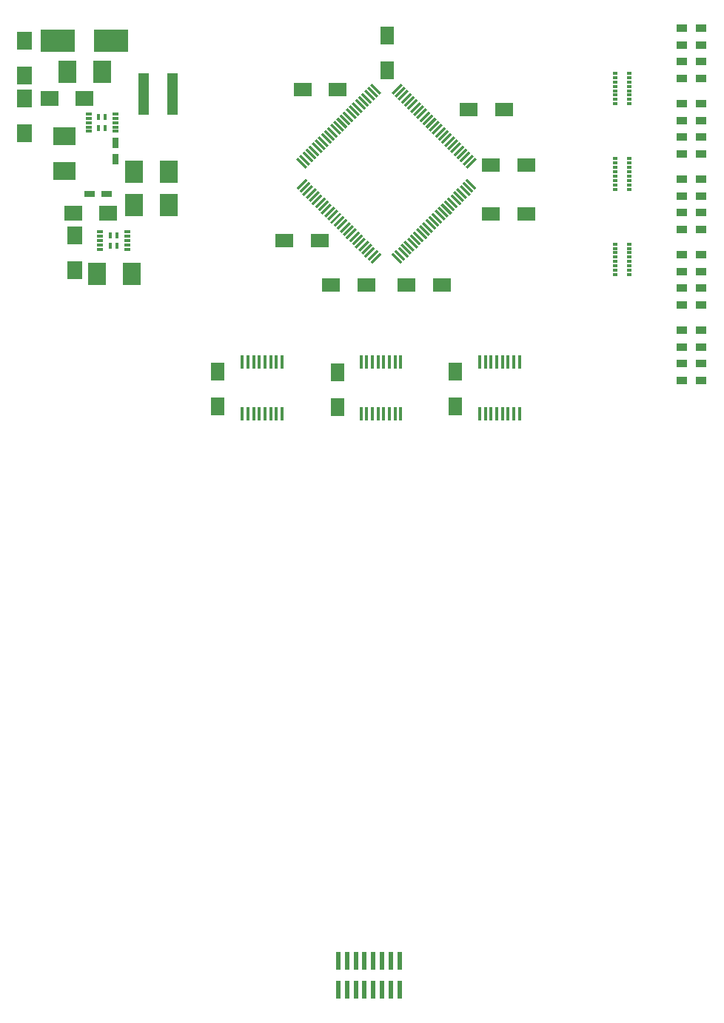
<source format=gtp>
G04 #@! TF.FileFunction,Paste,Top*
%FSLAX46Y46*%
G04 Gerber Fmt 4.6, Leading zero omitted, Abs format (unit mm)*
G04 Created by KiCad (PCBNEW 4.0.7) date Tuesday, May 01, 2018 'PMt' 12:19:11 PM*
%MOMM*%
%LPD*%
G01*
G04 APERTURE LIST*
%ADD10C,0.100000*%
%ADD11R,2.000000X1.600000*%
%ADD12R,1.600000X2.000000*%
%ADD13R,2.000000X2.500000*%
%ADD14R,2.500000X2.000000*%
%ADD15R,0.750000X1.200000*%
%ADD16R,1.200000X0.750000*%
%ADD17R,4.000000X2.500000*%
%ADD18R,1.200000X0.900000*%
%ADD19R,1.700000X2.000000*%
%ADD20R,2.000000X1.700000*%
%ADD21R,0.450000X1.500000*%
%ADD22R,0.650000X0.300000*%
%ADD23R,0.465000X0.744000*%
%ADD24R,0.600000X0.350000*%
%ADD25R,1.200000X4.700000*%
%ADD26R,0.500000X2.000000*%
G04 APERTURE END LIST*
D10*
D11*
X222536000Y-109728000D03*
X226536000Y-109728000D03*
X204978000Y-101092000D03*
X200978000Y-101092000D03*
D12*
X210693000Y-98933000D03*
X210693000Y-94933000D03*
D11*
X219996000Y-103378000D03*
X223996000Y-103378000D03*
X202914000Y-118364000D03*
X198914000Y-118364000D03*
D12*
X191262000Y-137350000D03*
X191262000Y-133350000D03*
D13*
X174054000Y-99060000D03*
X178054000Y-99060000D03*
D14*
X173768000Y-106458000D03*
X173768000Y-110458000D03*
D15*
X179610000Y-107188000D03*
X179610000Y-109088000D03*
D13*
X185674000Y-110490000D03*
X181674000Y-110490000D03*
D11*
X222536000Y-115316000D03*
X226536000Y-115316000D03*
X208248000Y-123444000D03*
X204248000Y-123444000D03*
D12*
X204978000Y-137414000D03*
X204978000Y-133414000D03*
D11*
X212884000Y-123444000D03*
X216884000Y-123444000D03*
D13*
X185669009Y-114300000D03*
X181669009Y-114300000D03*
D16*
X176628000Y-113030000D03*
X178528000Y-113030000D03*
D13*
X177446009Y-122198215D03*
X181446009Y-122198215D03*
D12*
X218440000Y-137350000D03*
X218440000Y-133350000D03*
D17*
X173004000Y-95504000D03*
X179104000Y-95504000D03*
D18*
X244391000Y-94107000D03*
X246591000Y-94107000D03*
X244391000Y-96012000D03*
X246591000Y-96012000D03*
X244391000Y-97917000D03*
X246591000Y-97917000D03*
X244391000Y-99822000D03*
X246591000Y-99822000D03*
X244391000Y-102743000D03*
X246591000Y-102743000D03*
X244391000Y-104648000D03*
X246591000Y-104648000D03*
X244391000Y-106553000D03*
X246591000Y-106553000D03*
X244391000Y-108458000D03*
X246591000Y-108458000D03*
X244391000Y-111379000D03*
X246591000Y-111379000D03*
X244391000Y-113284000D03*
X246591000Y-113284000D03*
X244391000Y-115189000D03*
X246591000Y-115189000D03*
X244391000Y-117094000D03*
X246591000Y-117094000D03*
X244391000Y-120015000D03*
X246591000Y-120015000D03*
X244391000Y-121920000D03*
X246591000Y-121920000D03*
X244391000Y-123825000D03*
X246591000Y-123825000D03*
X244391000Y-125730000D03*
X246591000Y-125730000D03*
X244391000Y-128651000D03*
X246591000Y-128651000D03*
X244391000Y-130556000D03*
X246591000Y-130556000D03*
X244391000Y-132461000D03*
X246591000Y-132461000D03*
X244391000Y-134366000D03*
X246591000Y-134366000D03*
D19*
X169196000Y-99504000D03*
X169196000Y-95504000D03*
X169196000Y-106140000D03*
X169196000Y-102140000D03*
X174906009Y-117753215D03*
X174906009Y-121753215D03*
D20*
X178716009Y-115213215D03*
X174716009Y-115213215D03*
D21*
X198628000Y-132276000D03*
X197978000Y-132276000D03*
X197328000Y-132276000D03*
X196678000Y-132276000D03*
X196028000Y-132276000D03*
X195378000Y-132276000D03*
X194728000Y-132276000D03*
X194078000Y-132276000D03*
X194078000Y-138176000D03*
X194728000Y-138176000D03*
X195378000Y-138176000D03*
X196028000Y-138176000D03*
X196678000Y-138176000D03*
X197328000Y-138176000D03*
X197978000Y-138176000D03*
X198628000Y-138176000D03*
D22*
X176497500Y-103887000D03*
X176497500Y-104387000D03*
X176497500Y-104887000D03*
X176497500Y-105387000D03*
X176497500Y-105887000D03*
X179597500Y-105887000D03*
X179597500Y-105387000D03*
X179597500Y-104887000D03*
X179597500Y-104387000D03*
X179597500Y-103887000D03*
D23*
X178435000Y-105507000D03*
X178435000Y-104267000D03*
X177660000Y-105507000D03*
X177660000Y-104267000D03*
D10*
G36*
X212406478Y-120829627D02*
X212194346Y-121041759D01*
X211133686Y-119981099D01*
X211345818Y-119768967D01*
X212406478Y-120829627D01*
X212406478Y-120829627D01*
G37*
G36*
X212760031Y-120476074D02*
X212547899Y-120688206D01*
X211487239Y-119627546D01*
X211699371Y-119415414D01*
X212760031Y-120476074D01*
X212760031Y-120476074D01*
G37*
G36*
X213113584Y-120122520D02*
X212901452Y-120334652D01*
X211840792Y-119273992D01*
X212052924Y-119061860D01*
X213113584Y-120122520D01*
X213113584Y-120122520D01*
G37*
G36*
X213467138Y-119768967D02*
X213255006Y-119981099D01*
X212194346Y-118920439D01*
X212406478Y-118708307D01*
X213467138Y-119768967D01*
X213467138Y-119768967D01*
G37*
G36*
X213820691Y-119415413D02*
X213608559Y-119627545D01*
X212547899Y-118566885D01*
X212760031Y-118354753D01*
X213820691Y-119415413D01*
X213820691Y-119415413D01*
G37*
G36*
X214174244Y-119061860D02*
X213962112Y-119273992D01*
X212901452Y-118213332D01*
X213113584Y-118001200D01*
X214174244Y-119061860D01*
X214174244Y-119061860D01*
G37*
G36*
X214527798Y-118708307D02*
X214315666Y-118920439D01*
X213255006Y-117859779D01*
X213467138Y-117647647D01*
X214527798Y-118708307D01*
X214527798Y-118708307D01*
G37*
G36*
X214881351Y-118354753D02*
X214669219Y-118566885D01*
X213608559Y-117506225D01*
X213820691Y-117294093D01*
X214881351Y-118354753D01*
X214881351Y-118354753D01*
G37*
G36*
X215234905Y-118001200D02*
X215022773Y-118213332D01*
X213962113Y-117152672D01*
X214174245Y-116940540D01*
X215234905Y-118001200D01*
X215234905Y-118001200D01*
G37*
G36*
X215588458Y-117647646D02*
X215376326Y-117859778D01*
X214315666Y-116799118D01*
X214527798Y-116586986D01*
X215588458Y-117647646D01*
X215588458Y-117647646D01*
G37*
G36*
X215942011Y-117294093D02*
X215729879Y-117506225D01*
X214669219Y-116445565D01*
X214881351Y-116233433D01*
X215942011Y-117294093D01*
X215942011Y-117294093D01*
G37*
G36*
X216295565Y-116940540D02*
X216083433Y-117152672D01*
X215022773Y-116092012D01*
X215234905Y-115879880D01*
X216295565Y-116940540D01*
X216295565Y-116940540D01*
G37*
G36*
X216649118Y-116586986D02*
X216436986Y-116799118D01*
X215376326Y-115738458D01*
X215588458Y-115526326D01*
X216649118Y-116586986D01*
X216649118Y-116586986D01*
G37*
G36*
X217002672Y-116233433D02*
X216790540Y-116445565D01*
X215729880Y-115384905D01*
X215942012Y-115172773D01*
X217002672Y-116233433D01*
X217002672Y-116233433D01*
G37*
G36*
X217356225Y-115879879D02*
X217144093Y-116092011D01*
X216083433Y-115031351D01*
X216295565Y-114819219D01*
X217356225Y-115879879D01*
X217356225Y-115879879D01*
G37*
G36*
X217709778Y-115526326D02*
X217497646Y-115738458D01*
X216436986Y-114677798D01*
X216649118Y-114465666D01*
X217709778Y-115526326D01*
X217709778Y-115526326D01*
G37*
G36*
X218063332Y-115172773D02*
X217851200Y-115384905D01*
X216790540Y-114324245D01*
X217002672Y-114112113D01*
X218063332Y-115172773D01*
X218063332Y-115172773D01*
G37*
G36*
X218416885Y-114819219D02*
X218204753Y-115031351D01*
X217144093Y-113970691D01*
X217356225Y-113758559D01*
X218416885Y-114819219D01*
X218416885Y-114819219D01*
G37*
G36*
X218770439Y-114465666D02*
X218558307Y-114677798D01*
X217497647Y-113617138D01*
X217709779Y-113405006D01*
X218770439Y-114465666D01*
X218770439Y-114465666D01*
G37*
G36*
X219123992Y-114112112D02*
X218911860Y-114324244D01*
X217851200Y-113263584D01*
X218063332Y-113051452D01*
X219123992Y-114112112D01*
X219123992Y-114112112D01*
G37*
G36*
X219477545Y-113758559D02*
X219265413Y-113970691D01*
X218204753Y-112910031D01*
X218416885Y-112697899D01*
X219477545Y-113758559D01*
X219477545Y-113758559D01*
G37*
G36*
X219831099Y-113405006D02*
X219618967Y-113617138D01*
X218558307Y-112556478D01*
X218770439Y-112344346D01*
X219831099Y-113405006D01*
X219831099Y-113405006D01*
G37*
G36*
X220184652Y-113051452D02*
X219972520Y-113263584D01*
X218911860Y-112202924D01*
X219123992Y-111990792D01*
X220184652Y-113051452D01*
X220184652Y-113051452D01*
G37*
G36*
X220538206Y-112697899D02*
X220326074Y-112910031D01*
X219265414Y-111849371D01*
X219477546Y-111637239D01*
X220538206Y-112697899D01*
X220538206Y-112697899D01*
G37*
G36*
X220891759Y-112344346D02*
X220679627Y-112556478D01*
X219618967Y-111495818D01*
X219831099Y-111283686D01*
X220891759Y-112344346D01*
X220891759Y-112344346D01*
G37*
G36*
X220679627Y-108879522D02*
X220891759Y-109091654D01*
X219831099Y-110152314D01*
X219618967Y-109940182D01*
X220679627Y-108879522D01*
X220679627Y-108879522D01*
G37*
G36*
X220326074Y-108525969D02*
X220538206Y-108738101D01*
X219477546Y-109798761D01*
X219265414Y-109586629D01*
X220326074Y-108525969D01*
X220326074Y-108525969D01*
G37*
G36*
X219972520Y-108172416D02*
X220184652Y-108384548D01*
X219123992Y-109445208D01*
X218911860Y-109233076D01*
X219972520Y-108172416D01*
X219972520Y-108172416D01*
G37*
G36*
X219618967Y-107818862D02*
X219831099Y-108030994D01*
X218770439Y-109091654D01*
X218558307Y-108879522D01*
X219618967Y-107818862D01*
X219618967Y-107818862D01*
G37*
G36*
X219265413Y-107465309D02*
X219477545Y-107677441D01*
X218416885Y-108738101D01*
X218204753Y-108525969D01*
X219265413Y-107465309D01*
X219265413Y-107465309D01*
G37*
G36*
X218911860Y-107111756D02*
X219123992Y-107323888D01*
X218063332Y-108384548D01*
X217851200Y-108172416D01*
X218911860Y-107111756D01*
X218911860Y-107111756D01*
G37*
G36*
X218558307Y-106758202D02*
X218770439Y-106970334D01*
X217709779Y-108030994D01*
X217497647Y-107818862D01*
X218558307Y-106758202D01*
X218558307Y-106758202D01*
G37*
G36*
X218204753Y-106404649D02*
X218416885Y-106616781D01*
X217356225Y-107677441D01*
X217144093Y-107465309D01*
X218204753Y-106404649D01*
X218204753Y-106404649D01*
G37*
G36*
X217851200Y-106051095D02*
X218063332Y-106263227D01*
X217002672Y-107323887D01*
X216790540Y-107111755D01*
X217851200Y-106051095D01*
X217851200Y-106051095D01*
G37*
G36*
X217497646Y-105697542D02*
X217709778Y-105909674D01*
X216649118Y-106970334D01*
X216436986Y-106758202D01*
X217497646Y-105697542D01*
X217497646Y-105697542D01*
G37*
G36*
X217144093Y-105343989D02*
X217356225Y-105556121D01*
X216295565Y-106616781D01*
X216083433Y-106404649D01*
X217144093Y-105343989D01*
X217144093Y-105343989D01*
G37*
G36*
X216790540Y-104990435D02*
X217002672Y-105202567D01*
X215942012Y-106263227D01*
X215729880Y-106051095D01*
X216790540Y-104990435D01*
X216790540Y-104990435D01*
G37*
G36*
X216436986Y-104636882D02*
X216649118Y-104849014D01*
X215588458Y-105909674D01*
X215376326Y-105697542D01*
X216436986Y-104636882D01*
X216436986Y-104636882D01*
G37*
G36*
X216083433Y-104283328D02*
X216295565Y-104495460D01*
X215234905Y-105556120D01*
X215022773Y-105343988D01*
X216083433Y-104283328D01*
X216083433Y-104283328D01*
G37*
G36*
X215729879Y-103929775D02*
X215942011Y-104141907D01*
X214881351Y-105202567D01*
X214669219Y-104990435D01*
X215729879Y-103929775D01*
X215729879Y-103929775D01*
G37*
G36*
X215376326Y-103576222D02*
X215588458Y-103788354D01*
X214527798Y-104849014D01*
X214315666Y-104636882D01*
X215376326Y-103576222D01*
X215376326Y-103576222D01*
G37*
G36*
X215022773Y-103222668D02*
X215234905Y-103434800D01*
X214174245Y-104495460D01*
X213962113Y-104283328D01*
X215022773Y-103222668D01*
X215022773Y-103222668D01*
G37*
G36*
X214669219Y-102869115D02*
X214881351Y-103081247D01*
X213820691Y-104141907D01*
X213608559Y-103929775D01*
X214669219Y-102869115D01*
X214669219Y-102869115D01*
G37*
G36*
X214315666Y-102515561D02*
X214527798Y-102727693D01*
X213467138Y-103788353D01*
X213255006Y-103576221D01*
X214315666Y-102515561D01*
X214315666Y-102515561D01*
G37*
G36*
X213962112Y-102162008D02*
X214174244Y-102374140D01*
X213113584Y-103434800D01*
X212901452Y-103222668D01*
X213962112Y-102162008D01*
X213962112Y-102162008D01*
G37*
G36*
X213608559Y-101808455D02*
X213820691Y-102020587D01*
X212760031Y-103081247D01*
X212547899Y-102869115D01*
X213608559Y-101808455D01*
X213608559Y-101808455D01*
G37*
G36*
X213255006Y-101454901D02*
X213467138Y-101667033D01*
X212406478Y-102727693D01*
X212194346Y-102515561D01*
X213255006Y-101454901D01*
X213255006Y-101454901D01*
G37*
G36*
X212901452Y-101101348D02*
X213113584Y-101313480D01*
X212052924Y-102374140D01*
X211840792Y-102162008D01*
X212901452Y-101101348D01*
X212901452Y-101101348D01*
G37*
G36*
X212547899Y-100747794D02*
X212760031Y-100959926D01*
X211699371Y-102020586D01*
X211487239Y-101808454D01*
X212547899Y-100747794D01*
X212547899Y-100747794D01*
G37*
G36*
X212194346Y-100394241D02*
X212406478Y-100606373D01*
X211345818Y-101667033D01*
X211133686Y-101454901D01*
X212194346Y-100394241D01*
X212194346Y-100394241D01*
G37*
G36*
X210002314Y-101454901D02*
X209790182Y-101667033D01*
X208729522Y-100606373D01*
X208941654Y-100394241D01*
X210002314Y-101454901D01*
X210002314Y-101454901D01*
G37*
G36*
X209648761Y-101808454D02*
X209436629Y-102020586D01*
X208375969Y-100959926D01*
X208588101Y-100747794D01*
X209648761Y-101808454D01*
X209648761Y-101808454D01*
G37*
G36*
X209295208Y-102162008D02*
X209083076Y-102374140D01*
X208022416Y-101313480D01*
X208234548Y-101101348D01*
X209295208Y-102162008D01*
X209295208Y-102162008D01*
G37*
G36*
X208941654Y-102515561D02*
X208729522Y-102727693D01*
X207668862Y-101667033D01*
X207880994Y-101454901D01*
X208941654Y-102515561D01*
X208941654Y-102515561D01*
G37*
G36*
X208588101Y-102869115D02*
X208375969Y-103081247D01*
X207315309Y-102020587D01*
X207527441Y-101808455D01*
X208588101Y-102869115D01*
X208588101Y-102869115D01*
G37*
G36*
X208234548Y-103222668D02*
X208022416Y-103434800D01*
X206961756Y-102374140D01*
X207173888Y-102162008D01*
X208234548Y-103222668D01*
X208234548Y-103222668D01*
G37*
G36*
X207880994Y-103576221D02*
X207668862Y-103788353D01*
X206608202Y-102727693D01*
X206820334Y-102515561D01*
X207880994Y-103576221D01*
X207880994Y-103576221D01*
G37*
G36*
X207527441Y-103929775D02*
X207315309Y-104141907D01*
X206254649Y-103081247D01*
X206466781Y-102869115D01*
X207527441Y-103929775D01*
X207527441Y-103929775D01*
G37*
G36*
X207173887Y-104283328D02*
X206961755Y-104495460D01*
X205901095Y-103434800D01*
X206113227Y-103222668D01*
X207173887Y-104283328D01*
X207173887Y-104283328D01*
G37*
G36*
X206820334Y-104636882D02*
X206608202Y-104849014D01*
X205547542Y-103788354D01*
X205759674Y-103576222D01*
X206820334Y-104636882D01*
X206820334Y-104636882D01*
G37*
G36*
X206466781Y-104990435D02*
X206254649Y-105202567D01*
X205193989Y-104141907D01*
X205406121Y-103929775D01*
X206466781Y-104990435D01*
X206466781Y-104990435D01*
G37*
G36*
X206113227Y-105343988D02*
X205901095Y-105556120D01*
X204840435Y-104495460D01*
X205052567Y-104283328D01*
X206113227Y-105343988D01*
X206113227Y-105343988D01*
G37*
G36*
X205759674Y-105697542D02*
X205547542Y-105909674D01*
X204486882Y-104849014D01*
X204699014Y-104636882D01*
X205759674Y-105697542D01*
X205759674Y-105697542D01*
G37*
G36*
X205406120Y-106051095D02*
X205193988Y-106263227D01*
X204133328Y-105202567D01*
X204345460Y-104990435D01*
X205406120Y-106051095D01*
X205406120Y-106051095D01*
G37*
G36*
X205052567Y-106404649D02*
X204840435Y-106616781D01*
X203779775Y-105556121D01*
X203991907Y-105343989D01*
X205052567Y-106404649D01*
X205052567Y-106404649D01*
G37*
G36*
X204699014Y-106758202D02*
X204486882Y-106970334D01*
X203426222Y-105909674D01*
X203638354Y-105697542D01*
X204699014Y-106758202D01*
X204699014Y-106758202D01*
G37*
G36*
X204345460Y-107111755D02*
X204133328Y-107323887D01*
X203072668Y-106263227D01*
X203284800Y-106051095D01*
X204345460Y-107111755D01*
X204345460Y-107111755D01*
G37*
G36*
X203991907Y-107465309D02*
X203779775Y-107677441D01*
X202719115Y-106616781D01*
X202931247Y-106404649D01*
X203991907Y-107465309D01*
X203991907Y-107465309D01*
G37*
G36*
X203638353Y-107818862D02*
X203426221Y-108030994D01*
X202365561Y-106970334D01*
X202577693Y-106758202D01*
X203638353Y-107818862D01*
X203638353Y-107818862D01*
G37*
G36*
X203284800Y-108172416D02*
X203072668Y-108384548D01*
X202012008Y-107323888D01*
X202224140Y-107111756D01*
X203284800Y-108172416D01*
X203284800Y-108172416D01*
G37*
G36*
X202931247Y-108525969D02*
X202719115Y-108738101D01*
X201658455Y-107677441D01*
X201870587Y-107465309D01*
X202931247Y-108525969D01*
X202931247Y-108525969D01*
G37*
G36*
X202577693Y-108879522D02*
X202365561Y-109091654D01*
X201304901Y-108030994D01*
X201517033Y-107818862D01*
X202577693Y-108879522D01*
X202577693Y-108879522D01*
G37*
G36*
X202224140Y-109233076D02*
X202012008Y-109445208D01*
X200951348Y-108384548D01*
X201163480Y-108172416D01*
X202224140Y-109233076D01*
X202224140Y-109233076D01*
G37*
G36*
X201870586Y-109586629D02*
X201658454Y-109798761D01*
X200597794Y-108738101D01*
X200809926Y-108525969D01*
X201870586Y-109586629D01*
X201870586Y-109586629D01*
G37*
G36*
X201517033Y-109940182D02*
X201304901Y-110152314D01*
X200244241Y-109091654D01*
X200456373Y-108879522D01*
X201517033Y-109940182D01*
X201517033Y-109940182D01*
G37*
G36*
X201304901Y-111283686D02*
X201517033Y-111495818D01*
X200456373Y-112556478D01*
X200244241Y-112344346D01*
X201304901Y-111283686D01*
X201304901Y-111283686D01*
G37*
G36*
X201658454Y-111637239D02*
X201870586Y-111849371D01*
X200809926Y-112910031D01*
X200597794Y-112697899D01*
X201658454Y-111637239D01*
X201658454Y-111637239D01*
G37*
G36*
X202012008Y-111990792D02*
X202224140Y-112202924D01*
X201163480Y-113263584D01*
X200951348Y-113051452D01*
X202012008Y-111990792D01*
X202012008Y-111990792D01*
G37*
G36*
X202365561Y-112344346D02*
X202577693Y-112556478D01*
X201517033Y-113617138D01*
X201304901Y-113405006D01*
X202365561Y-112344346D01*
X202365561Y-112344346D01*
G37*
G36*
X202719115Y-112697899D02*
X202931247Y-112910031D01*
X201870587Y-113970691D01*
X201658455Y-113758559D01*
X202719115Y-112697899D01*
X202719115Y-112697899D01*
G37*
G36*
X203072668Y-113051452D02*
X203284800Y-113263584D01*
X202224140Y-114324244D01*
X202012008Y-114112112D01*
X203072668Y-113051452D01*
X203072668Y-113051452D01*
G37*
G36*
X203426221Y-113405006D02*
X203638353Y-113617138D01*
X202577693Y-114677798D01*
X202365561Y-114465666D01*
X203426221Y-113405006D01*
X203426221Y-113405006D01*
G37*
G36*
X203779775Y-113758559D02*
X203991907Y-113970691D01*
X202931247Y-115031351D01*
X202719115Y-114819219D01*
X203779775Y-113758559D01*
X203779775Y-113758559D01*
G37*
G36*
X204133328Y-114112113D02*
X204345460Y-114324245D01*
X203284800Y-115384905D01*
X203072668Y-115172773D01*
X204133328Y-114112113D01*
X204133328Y-114112113D01*
G37*
G36*
X204486882Y-114465666D02*
X204699014Y-114677798D01*
X203638354Y-115738458D01*
X203426222Y-115526326D01*
X204486882Y-114465666D01*
X204486882Y-114465666D01*
G37*
G36*
X204840435Y-114819219D02*
X205052567Y-115031351D01*
X203991907Y-116092011D01*
X203779775Y-115879879D01*
X204840435Y-114819219D01*
X204840435Y-114819219D01*
G37*
G36*
X205193988Y-115172773D02*
X205406120Y-115384905D01*
X204345460Y-116445565D01*
X204133328Y-116233433D01*
X205193988Y-115172773D01*
X205193988Y-115172773D01*
G37*
G36*
X205547542Y-115526326D02*
X205759674Y-115738458D01*
X204699014Y-116799118D01*
X204486882Y-116586986D01*
X205547542Y-115526326D01*
X205547542Y-115526326D01*
G37*
G36*
X205901095Y-115879880D02*
X206113227Y-116092012D01*
X205052567Y-117152672D01*
X204840435Y-116940540D01*
X205901095Y-115879880D01*
X205901095Y-115879880D01*
G37*
G36*
X206254649Y-116233433D02*
X206466781Y-116445565D01*
X205406121Y-117506225D01*
X205193989Y-117294093D01*
X206254649Y-116233433D01*
X206254649Y-116233433D01*
G37*
G36*
X206608202Y-116586986D02*
X206820334Y-116799118D01*
X205759674Y-117859778D01*
X205547542Y-117647646D01*
X206608202Y-116586986D01*
X206608202Y-116586986D01*
G37*
G36*
X206961755Y-116940540D02*
X207173887Y-117152672D01*
X206113227Y-118213332D01*
X205901095Y-118001200D01*
X206961755Y-116940540D01*
X206961755Y-116940540D01*
G37*
G36*
X207315309Y-117294093D02*
X207527441Y-117506225D01*
X206466781Y-118566885D01*
X206254649Y-118354753D01*
X207315309Y-117294093D01*
X207315309Y-117294093D01*
G37*
G36*
X207668862Y-117647647D02*
X207880994Y-117859779D01*
X206820334Y-118920439D01*
X206608202Y-118708307D01*
X207668862Y-117647647D01*
X207668862Y-117647647D01*
G37*
G36*
X208022416Y-118001200D02*
X208234548Y-118213332D01*
X207173888Y-119273992D01*
X206961756Y-119061860D01*
X208022416Y-118001200D01*
X208022416Y-118001200D01*
G37*
G36*
X208375969Y-118354753D02*
X208588101Y-118566885D01*
X207527441Y-119627545D01*
X207315309Y-119415413D01*
X208375969Y-118354753D01*
X208375969Y-118354753D01*
G37*
G36*
X208729522Y-118708307D02*
X208941654Y-118920439D01*
X207880994Y-119981099D01*
X207668862Y-119768967D01*
X208729522Y-118708307D01*
X208729522Y-118708307D01*
G37*
G36*
X209083076Y-119061860D02*
X209295208Y-119273992D01*
X208234548Y-120334652D01*
X208022416Y-120122520D01*
X209083076Y-119061860D01*
X209083076Y-119061860D01*
G37*
G36*
X209436629Y-119415414D02*
X209648761Y-119627546D01*
X208588101Y-120688206D01*
X208375969Y-120476074D01*
X209436629Y-119415414D01*
X209436629Y-119415414D01*
G37*
G36*
X209790182Y-119768967D02*
X210002314Y-119981099D01*
X208941654Y-121041759D01*
X208729522Y-120829627D01*
X209790182Y-119768967D01*
X209790182Y-119768967D01*
G37*
D21*
X212211500Y-132276000D03*
X211561500Y-132276000D03*
X210911500Y-132276000D03*
X210261500Y-132276000D03*
X209611500Y-132276000D03*
X208961500Y-132276000D03*
X208311500Y-132276000D03*
X207661500Y-132276000D03*
X207661500Y-138176000D03*
X208311500Y-138176000D03*
X208961500Y-138176000D03*
X209611500Y-138176000D03*
X210261500Y-138176000D03*
X210911500Y-138176000D03*
X211561500Y-138176000D03*
X212211500Y-138176000D03*
X225795000Y-132276000D03*
X225145000Y-132276000D03*
X224495000Y-132276000D03*
X223845000Y-132276000D03*
X223195000Y-132276000D03*
X222545000Y-132276000D03*
X221895000Y-132276000D03*
X221245000Y-132276000D03*
X221245000Y-138176000D03*
X221895000Y-138176000D03*
X222545000Y-138176000D03*
X223195000Y-138176000D03*
X223845000Y-138176000D03*
X224495000Y-138176000D03*
X225145000Y-138176000D03*
X225795000Y-138176000D03*
D22*
X180901009Y-119388215D03*
X180901009Y-118888215D03*
X180901009Y-118388215D03*
X180901009Y-117888215D03*
X180901009Y-117388215D03*
X177801009Y-117388215D03*
X177801009Y-117888215D03*
X177801009Y-118388215D03*
X177801009Y-118888215D03*
X177801009Y-119388215D03*
D23*
X178963509Y-117768215D03*
X178963509Y-119008215D03*
X179738509Y-117768215D03*
X179738509Y-119008215D03*
D24*
X238328000Y-99243000D03*
X236728000Y-99243000D03*
X238328000Y-99743000D03*
X236728000Y-99743000D03*
X238328000Y-100243000D03*
X236728000Y-100243000D03*
X238328000Y-100743000D03*
X236728000Y-100743000D03*
X238328000Y-101243000D03*
X236728000Y-101243000D03*
X238328000Y-101743000D03*
X236728000Y-101743000D03*
X238328000Y-102243000D03*
X236728000Y-102243000D03*
X238328000Y-102743000D03*
X236728000Y-102743000D03*
X238328000Y-109008000D03*
X236728000Y-109008000D03*
X238328000Y-109508000D03*
X236728000Y-109508000D03*
X238328000Y-110008000D03*
X236728000Y-110008000D03*
X238328000Y-110508000D03*
X236728000Y-110508000D03*
X238328000Y-111008000D03*
X236728000Y-111008000D03*
X238328000Y-111508000D03*
X236728000Y-111508000D03*
X238328000Y-112008000D03*
X236728000Y-112008000D03*
X238328000Y-112508000D03*
X236728000Y-112508000D03*
X238328000Y-118773000D03*
X236728000Y-118773000D03*
X238328000Y-119273000D03*
X236728000Y-119273000D03*
X238328000Y-119773000D03*
X236728000Y-119773000D03*
X238328000Y-120273000D03*
X236728000Y-120273000D03*
X238328000Y-120773000D03*
X236728000Y-120773000D03*
X238328000Y-121273000D03*
X236728000Y-121273000D03*
X238328000Y-121773000D03*
X236728000Y-121773000D03*
X238328000Y-122273000D03*
X236728000Y-122273000D03*
D25*
X182781000Y-101600000D03*
X186091000Y-101600000D03*
D20*
X172022000Y-102108000D03*
X176022000Y-102108000D03*
D26*
X205066000Y-204088000D03*
X205066000Y-200788000D03*
X206066000Y-204088000D03*
X206066000Y-200788000D03*
X207066000Y-204088000D03*
X207066000Y-200788000D03*
X208066000Y-204088000D03*
X208066000Y-200788000D03*
X209066000Y-204088000D03*
X209066000Y-200788000D03*
X210066000Y-204088000D03*
X210066000Y-200788000D03*
X211066000Y-204088000D03*
X211066000Y-200788000D03*
X212066000Y-204088000D03*
X212066000Y-200788000D03*
M02*

</source>
